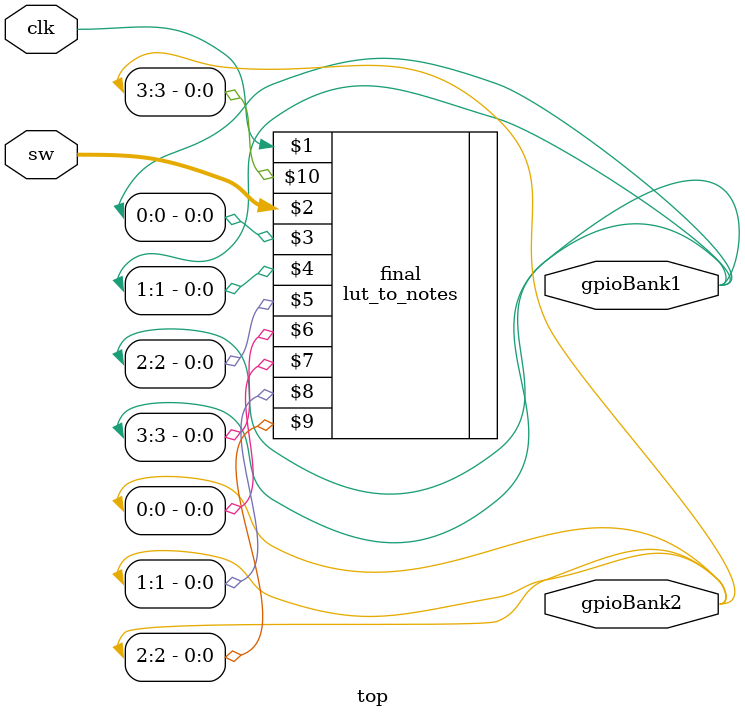
<source format=v>
`timescale 1ns / 1ps
module top(output [3:0]gpioBank1, output [3:0]gpioBank2, input clk, input [7:0]sw);

	lut_to_notes final(clk, sw[7:0], gpioBank1[0], gpioBank1[1], gpioBank1[2], gpioBank1[3], gpioBank2[0], gpioBank2[1], gpioBank2[2], gpioBank2[3]);

endmodule

</source>
